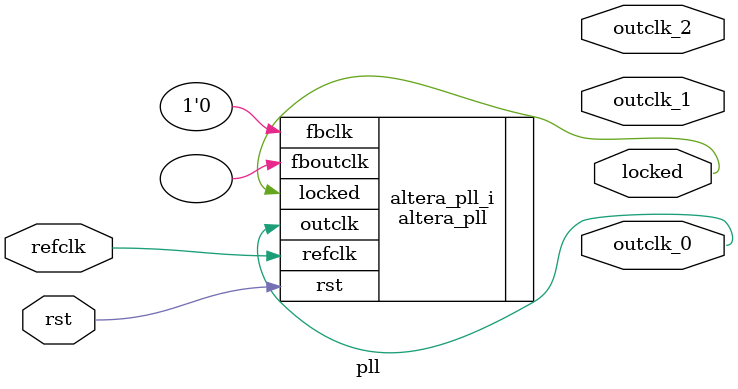
<source format=v>
`timescale 1ns/10ps
module  pll(

	// interface 'refclk'
	input wire refclk,

	// interface 'reset'
	input wire rst,

	// interface 'outclk0'
	output wire outclk_0,

	// interface 'outclk1'
	output wire outclk_1,

	// interface 'outclk2'
	output wire outclk_2,

	// interface 'locked'
	output wire locked
);

	altera_pll #(
		.fractional_vco_multiplier("false"),
		.reference_clock_frequency("50.0 MHz"),
		.operation_mode("direct"),
		.number_of_clocks(1),
		.output_clock_frequency0("100.000000 MHz"),
		.phase_shift0("0 ps"),
		.duty_cycle0(50),
		.output_clock_frequency1("0 MHz"),
		.phase_shift1("0 ps"),
		.duty_cycle1(50),
		.output_clock_frequency2("0 MHz"),
		.phase_shift2("0 ps"),
		.duty_cycle2(50),
		.output_clock_frequency3("0 MHz"),
		.phase_shift3("0 ps"),
		.duty_cycle3(50),
		.output_clock_frequency4("0 MHz"),
		.phase_shift4("0 ps"),
		.duty_cycle4(50),
		.output_clock_frequency5("0 MHz"),
		.phase_shift5("0 ps"),
		.duty_cycle5(50),
		.output_clock_frequency6("0 MHz"),
		.phase_shift6("0 ps"),
		.duty_cycle6(50),
		.output_clock_frequency7("0 MHz"),
		.phase_shift7("0 ps"),
		.duty_cycle7(50),
		.output_clock_frequency8("0 MHz"),
		.phase_shift8("0 ps"),
		.duty_cycle8(50),
		.output_clock_frequency9("0 MHz"),
		.phase_shift9("0 ps"),
		.duty_cycle9(50),
		.output_clock_frequency10("0 MHz"),
		.phase_shift10("0 ps"),
		.duty_cycle10(50),
		.output_clock_frequency11("0 MHz"),
		.phase_shift11("0 ps"),
		.duty_cycle11(50),
		.output_clock_frequency12("0 MHz"),
		.phase_shift12("0 ps"),
		.duty_cycle12(50),
		.output_clock_frequency13("0 MHz"),
		.phase_shift13("0 ps"),
		.duty_cycle13(50),
		.output_clock_frequency14("0 MHz"),
		.phase_shift14("0 ps"),
		.duty_cycle14(50),
		.output_clock_frequency15("0 MHz"),
		.phase_shift15("0 ps"),
		.duty_cycle15(50),
		.output_clock_frequency16("0 MHz"),
		.phase_shift16("0 ps"),
		.duty_cycle16(50),
		.output_clock_frequency17("0 MHz"),
		.phase_shift17("0 ps"),
		.duty_cycle17(50),
		.pll_type("General"),
		.pll_subtype("General")
	) altera_pll_i (
		.rst	(rst),
		.outclk	({outclk_0}),
		.locked	(locked),
		.fboutclk	( ),
		.fbclk	(1'b0),
		.refclk	(refclk)
	);
endmodule


</source>
